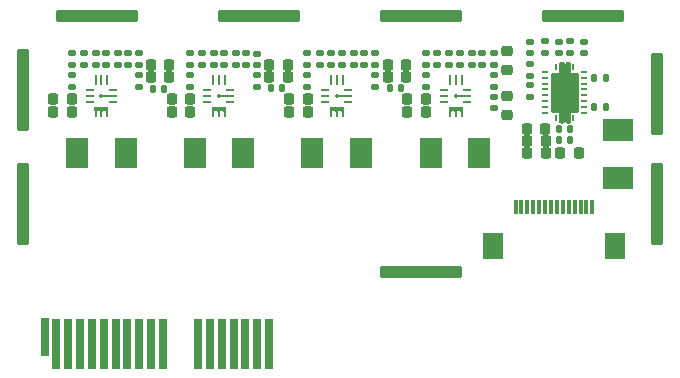
<source format=gbr>
G04 #@! TF.GenerationSoftware,KiCad,Pcbnew,(6.0.0)*
G04 #@! TF.CreationDate,2022-01-13T15:14:10+08:00*
G04 #@! TF.ProjectId,PowerSupply,506f7765-7253-4757-9070-6c792e6b6963,rev?*
G04 #@! TF.SameCoordinates,PX5e56640PY77750e0*
G04 #@! TF.FileFunction,Soldermask,Bot*
G04 #@! TF.FilePolarity,Negative*
%FSLAX46Y46*%
G04 Gerber Fmt 4.6, Leading zero omitted, Abs format (unit mm)*
G04 Created by KiCad (PCBNEW (6.0.0)) date 2022-01-13 15:14:10*
%MOMM*%
%LPD*%
G01*
G04 APERTURE LIST*
G04 Aperture macros list*
%AMRoundRect*
0 Rectangle with rounded corners*
0 $1 Rounding radius*
0 $2 $3 $4 $5 $6 $7 $8 $9 X,Y pos of 4 corners*
0 Add a 4 corners polygon primitive as box body*
4,1,4,$2,$3,$4,$5,$6,$7,$8,$9,$2,$3,0*
0 Add four circle primitives for the rounded corners*
1,1,$1+$1,$2,$3*
1,1,$1+$1,$4,$5*
1,1,$1+$1,$6,$7*
1,1,$1+$1,$8,$9*
0 Add four rect primitives between the rounded corners*
20,1,$1+$1,$2,$3,$4,$5,0*
20,1,$1+$1,$4,$5,$6,$7,0*
20,1,$1+$1,$6,$7,$8,$9,0*
20,1,$1+$1,$8,$9,$2,$3,0*%
%AMOutline4P*
0 Free polygon, 4 corners , with rotation*
0 The origin of the aperture is its center*
0 number of corners: always 4*
0 $1 to $8 corner X, Y*
0 $9 Rotation angle, in degrees counterclockwise*
0 create outline with 4 corners*
4,1,4,$1,$2,$3,$4,$5,$6,$7,$8,$1,$2,$9*%
G04 Aperture macros list end*
%ADD10C,0.010000*%
%ADD11R,0.240000X0.600000*%
%ADD12R,0.600000X0.240000*%
%ADD13R,2.050000X3.050000*%
%ADD14R,0.240000X0.990000*%
%ADD15R,0.517500X0.427500*%
%ADD16R,0.700000X3.200000*%
%ADD17R,0.700000X4.300000*%
%ADD18RoundRect,0.225000X0.225000X0.250000X-0.225000X0.250000X-0.225000X-0.250000X0.225000X-0.250000X0*%
%ADD19RoundRect,0.140000X0.140000X0.170000X-0.140000X0.170000X-0.140000X-0.170000X0.140000X-0.170000X0*%
%ADD20RoundRect,0.140000X-0.170000X0.140000X-0.170000X-0.140000X0.170000X-0.140000X0.170000X0.140000X0*%
%ADD21RoundRect,0.140000X0.170000X-0.140000X0.170000X0.140000X-0.170000X0.140000X-0.170000X-0.140000X0*%
%ADD22RoundRect,0.140000X-0.140000X-0.170000X0.140000X-0.170000X0.140000X0.170000X-0.140000X0.170000X0*%
%ADD23RoundRect,0.225000X-0.225000X-0.250000X0.225000X-0.250000X0.225000X0.250000X-0.225000X0.250000X0*%
%ADD24R,2.500000X1.900000*%
%ADD25RoundRect,0.135000X0.185000X-0.135000X0.185000X0.135000X-0.185000X0.135000X-0.185000X-0.135000X0*%
%ADD26RoundRect,0.135000X-0.135000X-0.185000X0.135000X-0.185000X0.135000X0.185000X-0.135000X0.185000X0*%
%ADD27RoundRect,0.135000X-0.185000X0.135000X-0.185000X-0.135000X0.185000X-0.135000X0.185000X0.135000X0*%
%ADD28R,0.300000X1.300000*%
%ADD29R,1.800000X2.200000*%
%ADD30RoundRect,0.225000X-0.250000X0.225000X-0.250000X-0.225000X0.250000X-0.225000X0.250000X0.225000X0*%
%ADD31RoundRect,0.225000X0.250000X-0.225000X0.250000X0.225000X-0.250000X0.225000X-0.250000X-0.225000X0*%
%ADD32R,1.900000X2.500000*%
%ADD33O,0.750000X0.250000*%
%ADD34O,0.250000X0.900000*%
%ADD35O,0.500000X0.300000*%
%ADD36Outline4P,-0.050000X-0.150000X0.050000X-0.150000X0.050000X0.150000X-0.050000X0.150000X225.000000*%
%ADD37Outline4P,-0.050000X-0.150000X0.050000X-0.150000X0.050000X0.150000X-0.050000X0.150000X135.000000*%
%ADD38Outline4P,-0.050000X-0.150000X0.050000X-0.150000X0.050000X0.150000X-0.050000X0.150000X45.000000*%
%ADD39RoundRect,0.100000X-0.525000X-0.100000X0.525000X-0.100000X0.525000X0.100000X-0.525000X0.100000X0*%
%ADD40RoundRect,0.147500X-0.172500X0.147500X-0.172500X-0.147500X0.172500X-0.147500X0.172500X0.147500X0*%
%ADD41RoundRect,0.275000X3.225000X0.275000X-3.225000X0.275000X-3.225000X-0.275000X3.225000X-0.275000X0*%
%ADD42RoundRect,0.275000X0.275000X-3.225000X0.275000X3.225000X-0.275000X3.225000X-0.275000X-3.225000X0*%
G04 APERTURE END LIST*
D10*
G04 #@! TO.C,U1*
X57547000Y27947000D02*
X57547000Y28720000D01*
X57547000Y28720000D02*
X57546792Y28727955D01*
X57546792Y28727955D02*
X57546167Y28735888D01*
X57546167Y28735888D02*
X57545129Y28743778D01*
X57545129Y28743778D02*
X57543678Y28751603D01*
X57543678Y28751603D02*
X57541821Y28759340D01*
X57541821Y28759340D02*
X57539561Y28766971D01*
X57539561Y28766971D02*
X57536904Y28774472D01*
X57536904Y28774472D02*
X57533859Y28781824D01*
X57533859Y28781824D02*
X57530433Y28789007D01*
X57530433Y28789007D02*
X57526636Y28796000D01*
X57526636Y28796000D02*
X57522478Y28802785D01*
X57522478Y28802785D02*
X57517971Y28809343D01*
X57517971Y28809343D02*
X57513126Y28815657D01*
X57513126Y28815657D02*
X57507958Y28821708D01*
X57507958Y28821708D02*
X57502480Y28827480D01*
X57502480Y28827480D02*
X57496708Y28832958D01*
X57496708Y28832958D02*
X57490657Y28838126D01*
X57490657Y28838126D02*
X57484343Y28842971D01*
X57484343Y28842971D02*
X57477785Y28847478D01*
X57477785Y28847478D02*
X57471000Y28851636D01*
X57471000Y28851636D02*
X57464007Y28855433D01*
X57464007Y28855433D02*
X57456824Y28858859D01*
X57456824Y28858859D02*
X57449472Y28861904D01*
X57449472Y28861904D02*
X57441971Y28864561D01*
X57441971Y28864561D02*
X57434340Y28866821D01*
X57434340Y28866821D02*
X57426603Y28868678D01*
X57426603Y28868678D02*
X57418778Y28870129D01*
X57418778Y28870129D02*
X57410888Y28871167D01*
X57410888Y28871167D02*
X57402955Y28871792D01*
X57402955Y28871792D02*
X57395000Y28872000D01*
X57395000Y28872000D02*
X57295000Y28872000D01*
X57295000Y28872000D02*
X57287045Y28871792D01*
X57287045Y28871792D02*
X57279112Y28871167D01*
X57279112Y28871167D02*
X57271222Y28870129D01*
X57271222Y28870129D02*
X57263397Y28868678D01*
X57263397Y28868678D02*
X57255660Y28866821D01*
X57255660Y28866821D02*
X57248029Y28864561D01*
X57248029Y28864561D02*
X57240528Y28861904D01*
X57240528Y28861904D02*
X57233176Y28858859D01*
X57233176Y28858859D02*
X57225993Y28855433D01*
X57225993Y28855433D02*
X57219000Y28851636D01*
X57219000Y28851636D02*
X57212215Y28847478D01*
X57212215Y28847478D02*
X57205657Y28842971D01*
X57205657Y28842971D02*
X57199343Y28838126D01*
X57199343Y28838126D02*
X57193292Y28832958D01*
X57193292Y28832958D02*
X57187520Y28827480D01*
X57187520Y28827480D02*
X57182042Y28821708D01*
X57182042Y28821708D02*
X57176874Y28815657D01*
X57176874Y28815657D02*
X57172029Y28809343D01*
X57172029Y28809343D02*
X57167522Y28802785D01*
X57167522Y28802785D02*
X57163364Y28796000D01*
X57163364Y28796000D02*
X57159567Y28789007D01*
X57159567Y28789007D02*
X57156141Y28781824D01*
X57156141Y28781824D02*
X57153096Y28774472D01*
X57153096Y28774472D02*
X57150439Y28766971D01*
X57150439Y28766971D02*
X57148179Y28759340D01*
X57148179Y28759340D02*
X57146322Y28751603D01*
X57146322Y28751603D02*
X57144871Y28743778D01*
X57144871Y28743778D02*
X57143833Y28735888D01*
X57143833Y28735888D02*
X57143208Y28727955D01*
X57143208Y28727955D02*
X57143000Y28720000D01*
X57143000Y28720000D02*
X57143000Y28347000D01*
X57143000Y28347000D02*
X56998000Y28347000D01*
X56998000Y28347000D02*
X56997000Y28347000D01*
X56997000Y28347000D02*
X56997000Y28722000D01*
X56997000Y28722000D02*
X56996794Y28729850D01*
X56996794Y28729850D02*
X56996178Y28737679D01*
X56996178Y28737679D02*
X56995153Y28745465D01*
X56995153Y28745465D02*
X56993722Y28753187D01*
X56993722Y28753187D02*
X56991889Y28760823D01*
X56991889Y28760823D02*
X56989658Y28768353D01*
X56989658Y28768353D02*
X56987037Y28775755D01*
X56987037Y28775755D02*
X56984032Y28783010D01*
X56984032Y28783010D02*
X56980651Y28790099D01*
X56980651Y28790099D02*
X56976904Y28797000D01*
X56976904Y28797000D02*
X56972801Y28803696D01*
X56972801Y28803696D02*
X56968353Y28810168D01*
X56968353Y28810168D02*
X56963572Y28816398D01*
X56963572Y28816398D02*
X56958472Y28822370D01*
X56958472Y28822370D02*
X56953066Y28828066D01*
X56953066Y28828066D02*
X56947370Y28833472D01*
X56947370Y28833472D02*
X56941398Y28838572D01*
X56941398Y28838572D02*
X56935168Y28843353D01*
X56935168Y28843353D02*
X56928696Y28847801D01*
X56928696Y28847801D02*
X56922000Y28851904D01*
X56922000Y28851904D02*
X56915099Y28855651D01*
X56915099Y28855651D02*
X56908010Y28859032D01*
X56908010Y28859032D02*
X56900755Y28862037D01*
X56900755Y28862037D02*
X56893353Y28864658D01*
X56893353Y28864658D02*
X56885823Y28866889D01*
X56885823Y28866889D02*
X56878187Y28868722D01*
X56878187Y28868722D02*
X56870465Y28870153D01*
X56870465Y28870153D02*
X56862679Y28871178D01*
X56862679Y28871178D02*
X56854850Y28871794D01*
X56854850Y28871794D02*
X56847000Y28872000D01*
X56847000Y28872000D02*
X56744000Y28872000D01*
X56744000Y28872000D02*
X56736097Y28871793D01*
X56736097Y28871793D02*
X56728216Y28871173D01*
X56728216Y28871173D02*
X56720378Y28870141D01*
X56720378Y28870141D02*
X56712605Y28868700D01*
X56712605Y28868700D02*
X56704918Y28866855D01*
X56704918Y28866855D02*
X56697338Y28864610D01*
X56697338Y28864610D02*
X56689886Y28861971D01*
X56689886Y28861971D02*
X56682583Y28858945D01*
X56682583Y28858945D02*
X56675447Y28855542D01*
X56675447Y28855542D02*
X56668500Y28851770D01*
X56668500Y28851770D02*
X56661760Y28847639D01*
X56661760Y28847639D02*
X56655244Y28843162D01*
X56655244Y28843162D02*
X56648973Y28838349D01*
X56648973Y28838349D02*
X56642961Y28833215D01*
X56642961Y28833215D02*
X56637227Y28827773D01*
X56637227Y28827773D02*
X56631785Y28822039D01*
X56631785Y28822039D02*
X56626651Y28816027D01*
X56626651Y28816027D02*
X56621838Y28809756D01*
X56621838Y28809756D02*
X56617361Y28803240D01*
X56617361Y28803240D02*
X56613230Y28796500D01*
X56613230Y28796500D02*
X56609458Y28789553D01*
X56609458Y28789553D02*
X56606055Y28782417D01*
X56606055Y28782417D02*
X56603029Y28775114D01*
X56603029Y28775114D02*
X56600390Y28767662D01*
X56600390Y28767662D02*
X56598145Y28760082D01*
X56598145Y28760082D02*
X56596300Y28752395D01*
X56596300Y28752395D02*
X56594859Y28744622D01*
X56594859Y28744622D02*
X56593827Y28736784D01*
X56593827Y28736784D02*
X56593207Y28728903D01*
X56593207Y28728903D02*
X56593000Y28721000D01*
X56593000Y28721000D02*
X56593000Y27947000D01*
X56593000Y27947000D02*
X56095000Y27947000D01*
X56095000Y27947000D02*
X56087045Y27946792D01*
X56087045Y27946792D02*
X56079112Y27946167D01*
X56079112Y27946167D02*
X56071222Y27945129D01*
X56071222Y27945129D02*
X56063397Y27943678D01*
X56063397Y27943678D02*
X56055660Y27941821D01*
X56055660Y27941821D02*
X56048029Y27939561D01*
X56048029Y27939561D02*
X56040528Y27936904D01*
X56040528Y27936904D02*
X56033176Y27933859D01*
X56033176Y27933859D02*
X56025993Y27930433D01*
X56025993Y27930433D02*
X56019000Y27926636D01*
X56019000Y27926636D02*
X56012215Y27922478D01*
X56012215Y27922478D02*
X56005657Y27917971D01*
X56005657Y27917971D02*
X55999343Y27913126D01*
X55999343Y27913126D02*
X55993292Y27907958D01*
X55993292Y27907958D02*
X55987520Y27902480D01*
X55987520Y27902480D02*
X55982042Y27896708D01*
X55982042Y27896708D02*
X55976874Y27890657D01*
X55976874Y27890657D02*
X55972029Y27884343D01*
X55972029Y27884343D02*
X55967522Y27877785D01*
X55967522Y27877785D02*
X55963364Y27871000D01*
X55963364Y27871000D02*
X55959567Y27864007D01*
X55959567Y27864007D02*
X55956141Y27856824D01*
X55956141Y27856824D02*
X55953096Y27849472D01*
X55953096Y27849472D02*
X55950439Y27841971D01*
X55950439Y27841971D02*
X55948179Y27834340D01*
X55948179Y27834340D02*
X55946322Y27826603D01*
X55946322Y27826603D02*
X55944871Y27818778D01*
X55944871Y27818778D02*
X55943833Y27810888D01*
X55943833Y27810888D02*
X55943208Y27802955D01*
X55943208Y27802955D02*
X55943000Y27795000D01*
X55943000Y27795000D02*
X55943000Y24844000D01*
X55943000Y24844000D02*
X55943206Y24836150D01*
X55943206Y24836150D02*
X55943822Y24828321D01*
X55943822Y24828321D02*
X55944847Y24820535D01*
X55944847Y24820535D02*
X55946278Y24812813D01*
X55946278Y24812813D02*
X55948111Y24805177D01*
X55948111Y24805177D02*
X55950342Y24797647D01*
X55950342Y24797647D02*
X55952963Y24790245D01*
X55952963Y24790245D02*
X55955968Y24782990D01*
X55955968Y24782990D02*
X55959349Y24775901D01*
X55959349Y24775901D02*
X55963096Y24769000D01*
X55963096Y24769000D02*
X55967199Y24762304D01*
X55967199Y24762304D02*
X55971647Y24755832D01*
X55971647Y24755832D02*
X55976428Y24749602D01*
X55976428Y24749602D02*
X55981528Y24743630D01*
X55981528Y24743630D02*
X55986934Y24737934D01*
X55986934Y24737934D02*
X55992630Y24732528D01*
X55992630Y24732528D02*
X55998602Y24727428D01*
X55998602Y24727428D02*
X56004832Y24722647D01*
X56004832Y24722647D02*
X56011304Y24718199D01*
X56011304Y24718199D02*
X56018000Y24714096D01*
X56018000Y24714096D02*
X56024901Y24710349D01*
X56024901Y24710349D02*
X56031990Y24706968D01*
X56031990Y24706968D02*
X56039245Y24703963D01*
X56039245Y24703963D02*
X56046647Y24701342D01*
X56046647Y24701342D02*
X56054177Y24699111D01*
X56054177Y24699111D02*
X56061813Y24697278D01*
X56061813Y24697278D02*
X56069535Y24695847D01*
X56069535Y24695847D02*
X56077321Y24694822D01*
X56077321Y24694822D02*
X56085150Y24694206D01*
X56085150Y24694206D02*
X56093000Y24694000D01*
X56093000Y24694000D02*
X56592000Y24694000D01*
X56592000Y24694000D02*
X56592052Y24693999D01*
X56592052Y24693999D02*
X56592105Y24693995D01*
X56592105Y24693995D02*
X56592156Y24693988D01*
X56592156Y24693988D02*
X56592208Y24693978D01*
X56592208Y24693978D02*
X56592259Y24693966D01*
X56592259Y24693966D02*
X56592309Y24693951D01*
X56592309Y24693951D02*
X56592358Y24693934D01*
X56592358Y24693934D02*
X56592407Y24693914D01*
X56592407Y24693914D02*
X56592454Y24693891D01*
X56592454Y24693891D02*
X56592500Y24693866D01*
X56592500Y24693866D02*
X56592545Y24693839D01*
X56592545Y24693839D02*
X56592588Y24693809D01*
X56592588Y24693809D02*
X56592629Y24693777D01*
X56592629Y24693777D02*
X56592669Y24693743D01*
X56592669Y24693743D02*
X56592707Y24693707D01*
X56592707Y24693707D02*
X56592743Y24693669D01*
X56592743Y24693669D02*
X56592777Y24693629D01*
X56592777Y24693629D02*
X56592809Y24693588D01*
X56592809Y24693588D02*
X56592839Y24693545D01*
X56592839Y24693545D02*
X56592866Y24693500D01*
X56592866Y24693500D02*
X56592891Y24693454D01*
X56592891Y24693454D02*
X56592914Y24693407D01*
X56592914Y24693407D02*
X56592934Y24693358D01*
X56592934Y24693358D02*
X56592951Y24693309D01*
X56592951Y24693309D02*
X56592966Y24693259D01*
X56592966Y24693259D02*
X56592978Y24693208D01*
X56592978Y24693208D02*
X56592988Y24693156D01*
X56592988Y24693156D02*
X56592995Y24693105D01*
X56592995Y24693105D02*
X56592999Y24693052D01*
X56592999Y24693052D02*
X56593000Y24693000D01*
X56593000Y24693000D02*
X56593000Y23919000D01*
X56593000Y23919000D02*
X56593206Y23911150D01*
X56593206Y23911150D02*
X56593822Y23903321D01*
X56593822Y23903321D02*
X56594847Y23895535D01*
X56594847Y23895535D02*
X56596278Y23887813D01*
X56596278Y23887813D02*
X56598111Y23880177D01*
X56598111Y23880177D02*
X56600342Y23872647D01*
X56600342Y23872647D02*
X56602963Y23865245D01*
X56602963Y23865245D02*
X56605968Y23857990D01*
X56605968Y23857990D02*
X56609349Y23850901D01*
X56609349Y23850901D02*
X56613096Y23844000D01*
X56613096Y23844000D02*
X56617199Y23837304D01*
X56617199Y23837304D02*
X56621647Y23830832D01*
X56621647Y23830832D02*
X56626428Y23824602D01*
X56626428Y23824602D02*
X56631528Y23818630D01*
X56631528Y23818630D02*
X56636934Y23812934D01*
X56636934Y23812934D02*
X56642630Y23807528D01*
X56642630Y23807528D02*
X56648602Y23802428D01*
X56648602Y23802428D02*
X56654832Y23797647D01*
X56654832Y23797647D02*
X56661304Y23793199D01*
X56661304Y23793199D02*
X56668000Y23789096D01*
X56668000Y23789096D02*
X56674901Y23785349D01*
X56674901Y23785349D02*
X56681990Y23781968D01*
X56681990Y23781968D02*
X56689245Y23778963D01*
X56689245Y23778963D02*
X56696647Y23776342D01*
X56696647Y23776342D02*
X56704177Y23774111D01*
X56704177Y23774111D02*
X56711813Y23772278D01*
X56711813Y23772278D02*
X56719535Y23770847D01*
X56719535Y23770847D02*
X56727321Y23769822D01*
X56727321Y23769822D02*
X56735150Y23769206D01*
X56735150Y23769206D02*
X56743000Y23769000D01*
X56743000Y23769000D02*
X56848000Y23769000D01*
X56848000Y23769000D02*
X56855798Y23769204D01*
X56855798Y23769204D02*
X56863575Y23769816D01*
X56863575Y23769816D02*
X56871309Y23770834D01*
X56871309Y23770834D02*
X56878979Y23772256D01*
X56878979Y23772256D02*
X56886564Y23774077D01*
X56886564Y23774077D02*
X56894044Y23776293D01*
X56894044Y23776293D02*
X56901397Y23778897D01*
X56901397Y23778897D02*
X56908604Y23781882D01*
X56908604Y23781882D02*
X56915645Y23785240D01*
X56915645Y23785240D02*
X56922500Y23788962D01*
X56922500Y23788962D02*
X56929151Y23793038D01*
X56929151Y23793038D02*
X56935580Y23797456D01*
X56935580Y23797456D02*
X56941769Y23802205D01*
X56941769Y23802205D02*
X56947700Y23807271D01*
X56947700Y23807271D02*
X56953359Y23812641D01*
X56953359Y23812641D02*
X56958729Y23818300D01*
X56958729Y23818300D02*
X56963795Y23824231D01*
X56963795Y23824231D02*
X56968544Y23830420D01*
X56968544Y23830420D02*
X56972962Y23836849D01*
X56972962Y23836849D02*
X56977038Y23843500D01*
X56977038Y23843500D02*
X56980760Y23850355D01*
X56980760Y23850355D02*
X56984118Y23857396D01*
X56984118Y23857396D02*
X56987103Y23864603D01*
X56987103Y23864603D02*
X56989707Y23871956D01*
X56989707Y23871956D02*
X56991923Y23879436D01*
X56991923Y23879436D02*
X56993744Y23887021D01*
X56993744Y23887021D02*
X56995166Y23894691D01*
X56995166Y23894691D02*
X56996184Y23902425D01*
X56996184Y23902425D02*
X56996796Y23910202D01*
X56996796Y23910202D02*
X56997000Y23918000D01*
X56997000Y23918000D02*
X56997000Y24293000D01*
X56997000Y24293000D02*
X57142000Y24293000D01*
X57142000Y24293000D02*
X57142052Y24292999D01*
X57142052Y24292999D02*
X57142105Y24292995D01*
X57142105Y24292995D02*
X57142156Y24292988D01*
X57142156Y24292988D02*
X57142208Y24292978D01*
X57142208Y24292978D02*
X57142259Y24292966D01*
X57142259Y24292966D02*
X57142309Y24292951D01*
X57142309Y24292951D02*
X57142358Y24292934D01*
X57142358Y24292934D02*
X57142407Y24292914D01*
X57142407Y24292914D02*
X57142454Y24292891D01*
X57142454Y24292891D02*
X57142500Y24292866D01*
X57142500Y24292866D02*
X57142545Y24292839D01*
X57142545Y24292839D02*
X57142588Y24292809D01*
X57142588Y24292809D02*
X57142629Y24292777D01*
X57142629Y24292777D02*
X57142669Y24292743D01*
X57142669Y24292743D02*
X57142707Y24292707D01*
X57142707Y24292707D02*
X57142743Y24292669D01*
X57142743Y24292669D02*
X57142777Y24292629D01*
X57142777Y24292629D02*
X57142809Y24292588D01*
X57142809Y24292588D02*
X57142839Y24292545D01*
X57142839Y24292545D02*
X57142866Y24292500D01*
X57142866Y24292500D02*
X57142891Y24292454D01*
X57142891Y24292454D02*
X57142914Y24292407D01*
X57142914Y24292407D02*
X57142934Y24292358D01*
X57142934Y24292358D02*
X57142951Y24292309D01*
X57142951Y24292309D02*
X57142966Y24292259D01*
X57142966Y24292259D02*
X57142978Y24292208D01*
X57142978Y24292208D02*
X57142988Y24292156D01*
X57142988Y24292156D02*
X57142995Y24292105D01*
X57142995Y24292105D02*
X57142999Y24292052D01*
X57142999Y24292052D02*
X57143000Y24292000D01*
X57143000Y24292000D02*
X57143000Y23919000D01*
X57143000Y23919000D02*
X57143206Y23911150D01*
X57143206Y23911150D02*
X57143822Y23903321D01*
X57143822Y23903321D02*
X57144847Y23895535D01*
X57144847Y23895535D02*
X57146278Y23887813D01*
X57146278Y23887813D02*
X57148111Y23880177D01*
X57148111Y23880177D02*
X57150342Y23872647D01*
X57150342Y23872647D02*
X57152963Y23865245D01*
X57152963Y23865245D02*
X57155968Y23857990D01*
X57155968Y23857990D02*
X57159349Y23850901D01*
X57159349Y23850901D02*
X57163096Y23844000D01*
X57163096Y23844000D02*
X57167199Y23837304D01*
X57167199Y23837304D02*
X57171647Y23830832D01*
X57171647Y23830832D02*
X57176428Y23824602D01*
X57176428Y23824602D02*
X57181528Y23818630D01*
X57181528Y23818630D02*
X57186934Y23812934D01*
X57186934Y23812934D02*
X57192630Y23807528D01*
X57192630Y23807528D02*
X57198602Y23802428D01*
X57198602Y23802428D02*
X57204832Y23797647D01*
X57204832Y23797647D02*
X57211304Y23793199D01*
X57211304Y23793199D02*
X57218000Y23789096D01*
X57218000Y23789096D02*
X57224901Y23785349D01*
X57224901Y23785349D02*
X57231990Y23781968D01*
X57231990Y23781968D02*
X57239245Y23778963D01*
X57239245Y23778963D02*
X57246647Y23776342D01*
X57246647Y23776342D02*
X57254177Y23774111D01*
X57254177Y23774111D02*
X57261813Y23772278D01*
X57261813Y23772278D02*
X57269535Y23770847D01*
X57269535Y23770847D02*
X57277321Y23769822D01*
X57277321Y23769822D02*
X57285150Y23769206D01*
X57285150Y23769206D02*
X57293000Y23769000D01*
X57293000Y23769000D02*
X57399000Y23769000D01*
X57399000Y23769000D02*
X57406746Y23769203D01*
X57406746Y23769203D02*
X57414470Y23769811D01*
X57414470Y23769811D02*
X57422152Y23770822D01*
X57422152Y23770822D02*
X57429771Y23772234D01*
X57429771Y23772234D02*
X57437305Y23774043D01*
X57437305Y23774043D02*
X57444735Y23776244D01*
X57444735Y23776244D02*
X57452038Y23778830D01*
X57452038Y23778830D02*
X57459197Y23781795D01*
X57459197Y23781795D02*
X57466191Y23785131D01*
X57466191Y23785131D02*
X57473000Y23788828D01*
X57473000Y23788828D02*
X57479607Y23792877D01*
X57479607Y23792877D02*
X57485992Y23797265D01*
X57485992Y23797265D02*
X57492139Y23801982D01*
X57492139Y23801982D02*
X57498031Y23807015D01*
X57498031Y23807015D02*
X57503652Y23812348D01*
X57503652Y23812348D02*
X57508985Y23817969D01*
X57508985Y23817969D02*
X57514018Y23823861D01*
X57514018Y23823861D02*
X57518735Y23830008D01*
X57518735Y23830008D02*
X57523123Y23836393D01*
X57523123Y23836393D02*
X57527172Y23843000D01*
X57527172Y23843000D02*
X57530869Y23849809D01*
X57530869Y23849809D02*
X57534205Y23856803D01*
X57534205Y23856803D02*
X57537170Y23863962D01*
X57537170Y23863962D02*
X57539756Y23871265D01*
X57539756Y23871265D02*
X57541957Y23878695D01*
X57541957Y23878695D02*
X57543766Y23886229D01*
X57543766Y23886229D02*
X57545178Y23893848D01*
X57545178Y23893848D02*
X57546189Y23901530D01*
X57546189Y23901530D02*
X57546797Y23909254D01*
X57546797Y23909254D02*
X57547000Y23917000D01*
X57547000Y23917000D02*
X57547000Y24693000D01*
X57547000Y24693000D02*
X58045000Y24693000D01*
X58045000Y24693000D02*
X58052955Y24693208D01*
X58052955Y24693208D02*
X58060888Y24693833D01*
X58060888Y24693833D02*
X58068778Y24694871D01*
X58068778Y24694871D02*
X58076603Y24696322D01*
X58076603Y24696322D02*
X58084340Y24698179D01*
X58084340Y24698179D02*
X58091971Y24700439D01*
X58091971Y24700439D02*
X58099472Y24703096D01*
X58099472Y24703096D02*
X58106824Y24706141D01*
X58106824Y24706141D02*
X58114007Y24709567D01*
X58114007Y24709567D02*
X58121000Y24713364D01*
X58121000Y24713364D02*
X58127785Y24717522D01*
X58127785Y24717522D02*
X58134343Y24722029D01*
X58134343Y24722029D02*
X58140657Y24726874D01*
X58140657Y24726874D02*
X58146708Y24732042D01*
X58146708Y24732042D02*
X58152480Y24737520D01*
X58152480Y24737520D02*
X58157958Y24743292D01*
X58157958Y24743292D02*
X58163126Y24749343D01*
X58163126Y24749343D02*
X58167971Y24755657D01*
X58167971Y24755657D02*
X58172478Y24762215D01*
X58172478Y24762215D02*
X58176636Y24769000D01*
X58176636Y24769000D02*
X58180433Y24775993D01*
X58180433Y24775993D02*
X58183859Y24783176D01*
X58183859Y24783176D02*
X58186904Y24790528D01*
X58186904Y24790528D02*
X58189561Y24798029D01*
X58189561Y24798029D02*
X58191821Y24805660D01*
X58191821Y24805660D02*
X58193678Y24813397D01*
X58193678Y24813397D02*
X58195129Y24821222D01*
X58195129Y24821222D02*
X58196167Y24829112D01*
X58196167Y24829112D02*
X58196792Y24837045D01*
X58196792Y24837045D02*
X58197000Y24845000D01*
X58197000Y24845000D02*
X58197000Y27794000D01*
X58197000Y27794000D02*
X58196792Y27801955D01*
X58196792Y27801955D02*
X58196167Y27809888D01*
X58196167Y27809888D02*
X58195129Y27817778D01*
X58195129Y27817778D02*
X58193678Y27825603D01*
X58193678Y27825603D02*
X58191821Y27833340D01*
X58191821Y27833340D02*
X58189561Y27840971D01*
X58189561Y27840971D02*
X58186904Y27848472D01*
X58186904Y27848472D02*
X58183859Y27855824D01*
X58183859Y27855824D02*
X58180433Y27863007D01*
X58180433Y27863007D02*
X58176636Y27870000D01*
X58176636Y27870000D02*
X58172478Y27876785D01*
X58172478Y27876785D02*
X58167971Y27883343D01*
X58167971Y27883343D02*
X58163126Y27889657D01*
X58163126Y27889657D02*
X58157958Y27895708D01*
X58157958Y27895708D02*
X58152480Y27901480D01*
X58152480Y27901480D02*
X58146708Y27906958D01*
X58146708Y27906958D02*
X58140657Y27912126D01*
X58140657Y27912126D02*
X58134343Y27916971D01*
X58134343Y27916971D02*
X58127785Y27921478D01*
X58127785Y27921478D02*
X58121000Y27925636D01*
X58121000Y27925636D02*
X58114007Y27929433D01*
X58114007Y27929433D02*
X58106824Y27932859D01*
X58106824Y27932859D02*
X58099472Y27935904D01*
X58099472Y27935904D02*
X58091971Y27938561D01*
X58091971Y27938561D02*
X58084340Y27940821D01*
X58084340Y27940821D02*
X58076603Y27942678D01*
X58076603Y27942678D02*
X58068778Y27944129D01*
X58068778Y27944129D02*
X58060888Y27945167D01*
X58060888Y27945167D02*
X58052955Y27945792D01*
X58052955Y27945792D02*
X58045000Y27946000D01*
X58045000Y27946000D02*
X57548000Y27946000D01*
X57548000Y27946000D02*
X57547948Y27946001D01*
X57547948Y27946001D02*
X57547895Y27946005D01*
X57547895Y27946005D02*
X57547844Y27946012D01*
X57547844Y27946012D02*
X57547792Y27946022D01*
X57547792Y27946022D02*
X57547741Y27946034D01*
X57547741Y27946034D02*
X57547691Y27946049D01*
X57547691Y27946049D02*
X57547642Y27946066D01*
X57547642Y27946066D02*
X57547593Y27946086D01*
X57547593Y27946086D02*
X57547546Y27946109D01*
X57547546Y27946109D02*
X57547500Y27946134D01*
X57547500Y27946134D02*
X57547455Y27946161D01*
X57547455Y27946161D02*
X57547412Y27946191D01*
X57547412Y27946191D02*
X57547371Y27946223D01*
X57547371Y27946223D02*
X57547331Y27946257D01*
X57547331Y27946257D02*
X57547293Y27946293D01*
X57547293Y27946293D02*
X57547257Y27946331D01*
X57547257Y27946331D02*
X57547223Y27946371D01*
X57547223Y27946371D02*
X57547191Y27946412D01*
X57547191Y27946412D02*
X57547161Y27946455D01*
X57547161Y27946455D02*
X57547134Y27946500D01*
X57547134Y27946500D02*
X57547109Y27946546D01*
X57547109Y27946546D02*
X57547086Y27946593D01*
X57547086Y27946593D02*
X57547066Y27946642D01*
X57547066Y27946642D02*
X57547049Y27946691D01*
X57547049Y27946691D02*
X57547034Y27946741D01*
X57547034Y27946741D02*
X57547022Y27946792D01*
X57547022Y27946792D02*
X57547012Y27946844D01*
X57547012Y27946844D02*
X57547005Y27946895D01*
X57547005Y27946895D02*
X57547001Y27946948D01*
X57547001Y27946948D02*
X57547000Y27947000D01*
X57547000Y27947000D02*
X57547000Y27947000D01*
G36*
X56854850Y28871794D02*
G01*
X56862679Y28871178D01*
X56870465Y28870153D01*
X56878187Y28868722D01*
X56885823Y28866889D01*
X56893353Y28864658D01*
X56900755Y28862037D01*
X56908010Y28859032D01*
X56915099Y28855651D01*
X56922000Y28851904D01*
X56928696Y28847801D01*
X56935168Y28843353D01*
X56941398Y28838572D01*
X56947370Y28833472D01*
X56953066Y28828066D01*
X56958472Y28822370D01*
X56963572Y28816398D01*
X56968353Y28810168D01*
X56972801Y28803696D01*
X56976904Y28797000D01*
X56980651Y28790099D01*
X56984032Y28783010D01*
X56987037Y28775755D01*
X56989658Y28768353D01*
X56991889Y28760823D01*
X56993722Y28753187D01*
X56995153Y28745465D01*
X56996178Y28737679D01*
X56996794Y28729850D01*
X56997000Y28722000D01*
X56997000Y28347000D01*
X57143000Y28347000D01*
X57143000Y28720000D01*
X57143208Y28727955D01*
X57143833Y28735888D01*
X57144871Y28743778D01*
X57146322Y28751603D01*
X57148179Y28759340D01*
X57150439Y28766971D01*
X57153096Y28774472D01*
X57156141Y28781824D01*
X57159567Y28789007D01*
X57163364Y28796000D01*
X57167522Y28802785D01*
X57172029Y28809343D01*
X57176874Y28815657D01*
X57182042Y28821708D01*
X57187520Y28827480D01*
X57193292Y28832958D01*
X57199343Y28838126D01*
X57205657Y28842971D01*
X57212215Y28847478D01*
X57219000Y28851636D01*
X57225993Y28855433D01*
X57233176Y28858859D01*
X57240528Y28861904D01*
X57248029Y28864561D01*
X57255660Y28866821D01*
X57263397Y28868678D01*
X57271222Y28870129D01*
X57279112Y28871167D01*
X57287045Y28871792D01*
X57295000Y28872000D01*
X57395000Y28872000D01*
X57402955Y28871792D01*
X57410888Y28871167D01*
X57418778Y28870129D01*
X57426603Y28868678D01*
X57434340Y28866821D01*
X57441971Y28864561D01*
X57449472Y28861904D01*
X57456824Y28858859D01*
X57464007Y28855433D01*
X57471000Y28851636D01*
X57477785Y28847478D01*
X57484343Y28842971D01*
X57490657Y28838126D01*
X57496708Y28832958D01*
X57502480Y28827480D01*
X57507958Y28821708D01*
X57513126Y28815657D01*
X57517971Y28809343D01*
X57522478Y28802785D01*
X57526636Y28796000D01*
X57530433Y28789007D01*
X57533859Y28781824D01*
X57536904Y28774472D01*
X57539561Y28766971D01*
X57541821Y28759340D01*
X57543678Y28751603D01*
X57545129Y28743778D01*
X57546167Y28735888D01*
X57546792Y28727955D01*
X57547000Y28720000D01*
X57547000Y27947000D01*
X57547001Y27946948D01*
X57547005Y27946895D01*
X57547012Y27946844D01*
X57547022Y27946792D01*
X57547034Y27946741D01*
X57547049Y27946691D01*
X57547066Y27946642D01*
X57547086Y27946593D01*
X57547109Y27946546D01*
X57547134Y27946500D01*
X57547161Y27946455D01*
X57547191Y27946412D01*
X57547223Y27946371D01*
X57547257Y27946331D01*
X57547293Y27946293D01*
X57547331Y27946257D01*
X57547371Y27946223D01*
X57547412Y27946191D01*
X57547455Y27946161D01*
X57547500Y27946134D01*
X57547546Y27946109D01*
X57547593Y27946086D01*
X57547642Y27946066D01*
X57547691Y27946049D01*
X57547741Y27946034D01*
X57547792Y27946022D01*
X57547844Y27946012D01*
X57547895Y27946005D01*
X57547948Y27946001D01*
X57548000Y27946000D01*
X58045000Y27946000D01*
X58052955Y27945792D01*
X58060888Y27945167D01*
X58068778Y27944129D01*
X58076603Y27942678D01*
X58084340Y27940821D01*
X58091971Y27938561D01*
X58099472Y27935904D01*
X58106824Y27932859D01*
X58114007Y27929433D01*
X58121000Y27925636D01*
X58127785Y27921478D01*
X58134343Y27916971D01*
X58140657Y27912126D01*
X58146708Y27906958D01*
X58152480Y27901480D01*
X58157958Y27895708D01*
X58163126Y27889657D01*
X58167971Y27883343D01*
X58172478Y27876785D01*
X58176636Y27870000D01*
X58180433Y27863007D01*
X58183859Y27855824D01*
X58186904Y27848472D01*
X58189561Y27840971D01*
X58191821Y27833340D01*
X58193678Y27825603D01*
X58195129Y27817778D01*
X58196167Y27809888D01*
X58196792Y27801955D01*
X58197000Y27794000D01*
X58197000Y24845000D01*
X58196792Y24837045D01*
X58196167Y24829112D01*
X58195129Y24821222D01*
X58193678Y24813397D01*
X58191821Y24805660D01*
X58189561Y24798029D01*
X58186904Y24790528D01*
X58183859Y24783176D01*
X58180433Y24775993D01*
X58176636Y24769000D01*
X58172478Y24762215D01*
X58167971Y24755657D01*
X58163126Y24749343D01*
X58157958Y24743292D01*
X58152480Y24737520D01*
X58146708Y24732042D01*
X58140657Y24726874D01*
X58134343Y24722029D01*
X58127785Y24717522D01*
X58121000Y24713364D01*
X58114007Y24709567D01*
X58106824Y24706141D01*
X58099472Y24703096D01*
X58091971Y24700439D01*
X58084340Y24698179D01*
X58076603Y24696322D01*
X58068778Y24694871D01*
X58060888Y24693833D01*
X58052955Y24693208D01*
X58045000Y24693000D01*
X57547000Y24693000D01*
X57547000Y23917000D01*
X57546797Y23909254D01*
X57546189Y23901530D01*
X57545178Y23893848D01*
X57543766Y23886229D01*
X57541957Y23878695D01*
X57539756Y23871265D01*
X57537170Y23863962D01*
X57534205Y23856803D01*
X57530869Y23849809D01*
X57527172Y23843000D01*
X57523123Y23836393D01*
X57518735Y23830008D01*
X57514018Y23823861D01*
X57508985Y23817969D01*
X57503652Y23812348D01*
X57498031Y23807015D01*
X57492139Y23801982D01*
X57485992Y23797265D01*
X57479607Y23792877D01*
X57473000Y23788828D01*
X57466191Y23785131D01*
X57459197Y23781795D01*
X57452038Y23778830D01*
X57444735Y23776244D01*
X57437305Y23774043D01*
X57429771Y23772234D01*
X57422152Y23770822D01*
X57414470Y23769811D01*
X57406746Y23769203D01*
X57399000Y23769000D01*
X57293000Y23769000D01*
X57285150Y23769206D01*
X57277321Y23769822D01*
X57269535Y23770847D01*
X57261813Y23772278D01*
X57254177Y23774111D01*
X57246647Y23776342D01*
X57239245Y23778963D01*
X57231990Y23781968D01*
X57224901Y23785349D01*
X57218000Y23789096D01*
X57211304Y23793199D01*
X57204832Y23797647D01*
X57198602Y23802428D01*
X57192630Y23807528D01*
X57186934Y23812934D01*
X57181528Y23818630D01*
X57176428Y23824602D01*
X57171647Y23830832D01*
X57167199Y23837304D01*
X57163096Y23844000D01*
X57159349Y23850901D01*
X57155968Y23857990D01*
X57152963Y23865245D01*
X57150342Y23872647D01*
X57148111Y23880177D01*
X57146278Y23887813D01*
X57144847Y23895535D01*
X57143822Y23903321D01*
X57143206Y23911150D01*
X57143000Y23919000D01*
X57143000Y24292000D01*
X57142999Y24292052D01*
X57142995Y24292105D01*
X57142988Y24292156D01*
X57142978Y24292208D01*
X57142966Y24292259D01*
X57142951Y24292309D01*
X57142934Y24292358D01*
X57142914Y24292407D01*
X57142891Y24292454D01*
X57142866Y24292500D01*
X57142839Y24292545D01*
X57142809Y24292588D01*
X57142777Y24292629D01*
X57142743Y24292669D01*
X57142707Y24292707D01*
X57142669Y24292743D01*
X57142629Y24292777D01*
X57142588Y24292809D01*
X57142545Y24292839D01*
X57142500Y24292866D01*
X57142454Y24292891D01*
X57142407Y24292914D01*
X57142358Y24292934D01*
X57142309Y24292951D01*
X57142259Y24292966D01*
X57142208Y24292978D01*
X57142156Y24292988D01*
X57142105Y24292995D01*
X57142052Y24292999D01*
X57142000Y24293000D01*
X56997000Y24293000D01*
X56997000Y23918000D01*
X56996796Y23910202D01*
X56996184Y23902425D01*
X56995166Y23894691D01*
X56993744Y23887021D01*
X56991923Y23879436D01*
X56989707Y23871956D01*
X56987103Y23864603D01*
X56984118Y23857396D01*
X56980760Y23850355D01*
X56977038Y23843500D01*
X56972962Y23836849D01*
X56968544Y23830420D01*
X56963795Y23824231D01*
X56958729Y23818300D01*
X56953359Y23812641D01*
X56947700Y23807271D01*
X56941769Y23802205D01*
X56935580Y23797456D01*
X56929151Y23793038D01*
X56922500Y23788962D01*
X56915645Y23785240D01*
X56908604Y23781882D01*
X56901397Y23778897D01*
X56894044Y23776293D01*
X56886564Y23774077D01*
X56878979Y23772256D01*
X56871309Y23770834D01*
X56863575Y23769816D01*
X56855798Y23769204D01*
X56848000Y23769000D01*
X56743000Y23769000D01*
X56735150Y23769206D01*
X56727321Y23769822D01*
X56719535Y23770847D01*
X56711813Y23772278D01*
X56704177Y23774111D01*
X56696647Y23776342D01*
X56689245Y23778963D01*
X56681990Y23781968D01*
X56674901Y23785349D01*
X56668000Y23789096D01*
X56661304Y23793199D01*
X56654832Y23797647D01*
X56648602Y23802428D01*
X56642630Y23807528D01*
X56636934Y23812934D01*
X56631528Y23818630D01*
X56626428Y23824602D01*
X56621647Y23830832D01*
X56617199Y23837304D01*
X56613096Y23844000D01*
X56609349Y23850901D01*
X56605968Y23857990D01*
X56602963Y23865245D01*
X56600342Y23872647D01*
X56598111Y23880177D01*
X56596278Y23887813D01*
X56594847Y23895535D01*
X56593822Y23903321D01*
X56593206Y23911150D01*
X56593000Y23919000D01*
X56593000Y24693000D01*
X56592999Y24693052D01*
X56592995Y24693105D01*
X56592988Y24693156D01*
X56592978Y24693208D01*
X56592966Y24693259D01*
X56592951Y24693309D01*
X56592934Y24693358D01*
X56592914Y24693407D01*
X56592891Y24693454D01*
X56592866Y24693500D01*
X56592839Y24693545D01*
X56592809Y24693588D01*
X56592777Y24693629D01*
X56592743Y24693669D01*
X56592707Y24693707D01*
X56592669Y24693743D01*
X56592629Y24693777D01*
X56592588Y24693809D01*
X56592545Y24693839D01*
X56592500Y24693866D01*
X56592454Y24693891D01*
X56592407Y24693914D01*
X56592358Y24693934D01*
X56592309Y24693951D01*
X56592259Y24693966D01*
X56592208Y24693978D01*
X56592156Y24693988D01*
X56592105Y24693995D01*
X56592052Y24693999D01*
X56592000Y24694000D01*
X56093000Y24694000D01*
X56085150Y24694206D01*
X56077321Y24694822D01*
X56069535Y24695847D01*
X56061813Y24697278D01*
X56054177Y24699111D01*
X56046647Y24701342D01*
X56039245Y24703963D01*
X56031990Y24706968D01*
X56024901Y24710349D01*
X56018000Y24714096D01*
X56011304Y24718199D01*
X56004832Y24722647D01*
X55998602Y24727428D01*
X55992630Y24732528D01*
X55986934Y24737934D01*
X55981528Y24743630D01*
X55976428Y24749602D01*
X55971647Y24755832D01*
X55967199Y24762304D01*
X55963096Y24769000D01*
X55959349Y24775901D01*
X55955968Y24782990D01*
X55952963Y24790245D01*
X55950342Y24797647D01*
X55948111Y24805177D01*
X55946278Y24812813D01*
X55944847Y24820535D01*
X55943822Y24828321D01*
X55943206Y24836150D01*
X55943000Y24844000D01*
X55943000Y27795000D01*
X55943208Y27802955D01*
X55943833Y27810888D01*
X55944871Y27818778D01*
X55946322Y27826603D01*
X55948179Y27834340D01*
X55950439Y27841971D01*
X55953096Y27849472D01*
X55956141Y27856824D01*
X55959567Y27864007D01*
X55963364Y27871000D01*
X55967522Y27877785D01*
X55972029Y27884343D01*
X55976874Y27890657D01*
X55982042Y27896708D01*
X55987520Y27902480D01*
X55993292Y27907958D01*
X55999343Y27913126D01*
X56005657Y27917971D01*
X56012215Y27922478D01*
X56019000Y27926636D01*
X56025993Y27930433D01*
X56033176Y27933859D01*
X56040528Y27936904D01*
X56048029Y27939561D01*
X56055660Y27941821D01*
X56063397Y27943678D01*
X56071222Y27945129D01*
X56079112Y27946167D01*
X56087045Y27946792D01*
X56095000Y27947000D01*
X56593000Y27947000D01*
X56593000Y28721000D01*
X56593207Y28728903D01*
X56593827Y28736784D01*
X56594859Y28744622D01*
X56596300Y28752395D01*
X56598145Y28760082D01*
X56600390Y28767662D01*
X56603029Y28775114D01*
X56606055Y28782417D01*
X56609458Y28789553D01*
X56613230Y28796500D01*
X56617361Y28803240D01*
X56621838Y28809756D01*
X56626651Y28816027D01*
X56631785Y28822039D01*
X56637227Y28827773D01*
X56642961Y28833215D01*
X56648973Y28838349D01*
X56655244Y28843162D01*
X56661760Y28847639D01*
X56668500Y28851770D01*
X56675447Y28855542D01*
X56682583Y28858945D01*
X56689886Y28861971D01*
X56697338Y28864610D01*
X56704918Y28866855D01*
X56712605Y28868700D01*
X56720378Y28870141D01*
X56728216Y28871173D01*
X56736097Y28871793D01*
X56744000Y28872000D01*
X56847000Y28872000D01*
X56854850Y28871794D01*
G37*
X56854850Y28871794D02*
X56862679Y28871178D01*
X56870465Y28870153D01*
X56878187Y28868722D01*
X56885823Y28866889D01*
X56893353Y28864658D01*
X56900755Y28862037D01*
X56908010Y28859032D01*
X56915099Y28855651D01*
X56922000Y28851904D01*
X56928696Y28847801D01*
X56935168Y28843353D01*
X56941398Y28838572D01*
X56947370Y28833472D01*
X56953066Y28828066D01*
X56958472Y28822370D01*
X56963572Y28816398D01*
X56968353Y28810168D01*
X56972801Y28803696D01*
X56976904Y28797000D01*
X56980651Y28790099D01*
X56984032Y28783010D01*
X56987037Y28775755D01*
X56989658Y28768353D01*
X56991889Y28760823D01*
X56993722Y28753187D01*
X56995153Y28745465D01*
X56996178Y28737679D01*
X56996794Y28729850D01*
X56997000Y28722000D01*
X56997000Y28347000D01*
X57143000Y28347000D01*
X57143000Y28720000D01*
X57143208Y28727955D01*
X57143833Y28735888D01*
X57144871Y28743778D01*
X57146322Y28751603D01*
X57148179Y28759340D01*
X57150439Y28766971D01*
X57153096Y28774472D01*
X57156141Y28781824D01*
X57159567Y28789007D01*
X57163364Y28796000D01*
X57167522Y28802785D01*
X57172029Y28809343D01*
X57176874Y28815657D01*
X57182042Y28821708D01*
X57187520Y28827480D01*
X57193292Y28832958D01*
X57199343Y28838126D01*
X57205657Y28842971D01*
X57212215Y28847478D01*
X57219000Y28851636D01*
X57225993Y28855433D01*
X57233176Y28858859D01*
X57240528Y28861904D01*
X57248029Y28864561D01*
X57255660Y28866821D01*
X57263397Y28868678D01*
X57271222Y28870129D01*
X57279112Y28871167D01*
X57287045Y28871792D01*
X57295000Y28872000D01*
X57395000Y28872000D01*
X57402955Y28871792D01*
X57410888Y28871167D01*
X57418778Y28870129D01*
X57426603Y28868678D01*
X57434340Y28866821D01*
X57441971Y28864561D01*
X57449472Y28861904D01*
X57456824Y28858859D01*
X57464007Y28855433D01*
X57471000Y28851636D01*
X57477785Y28847478D01*
X57484343Y28842971D01*
X57490657Y28838126D01*
X57496708Y28832958D01*
X57502480Y28827480D01*
X57507958Y28821708D01*
X57513126Y28815657D01*
X57517971Y28809343D01*
X57522478Y28802785D01*
X57526636Y28796000D01*
X57530433Y28789007D01*
X57533859Y28781824D01*
X57536904Y28774472D01*
X57539561Y28766971D01*
X57541821Y28759340D01*
X57543678Y28751603D01*
X57545129Y28743778D01*
X57546167Y28735888D01*
X57546792Y28727955D01*
X57547000Y28720000D01*
X57547000Y27947000D01*
X57547001Y27946948D01*
X57547005Y27946895D01*
X57547012Y27946844D01*
X57547022Y27946792D01*
X57547034Y27946741D01*
X57547049Y27946691D01*
X57547066Y27946642D01*
X57547086Y27946593D01*
X57547109Y27946546D01*
X57547134Y27946500D01*
X57547161Y27946455D01*
X57547191Y27946412D01*
X57547223Y27946371D01*
X57547257Y27946331D01*
X57547293Y27946293D01*
X57547331Y27946257D01*
X57547371Y27946223D01*
X57547412Y27946191D01*
X57547455Y27946161D01*
X57547500Y27946134D01*
X57547546Y27946109D01*
X57547593Y27946086D01*
X57547642Y27946066D01*
X57547691Y27946049D01*
X57547741Y27946034D01*
X57547792Y27946022D01*
X57547844Y27946012D01*
X57547895Y27946005D01*
X57547948Y27946001D01*
X57548000Y27946000D01*
X58045000Y27946000D01*
X58052955Y27945792D01*
X58060888Y27945167D01*
X58068778Y27944129D01*
X58076603Y27942678D01*
X58084340Y27940821D01*
X58091971Y27938561D01*
X58099472Y27935904D01*
X58106824Y27932859D01*
X58114007Y27929433D01*
X58121000Y27925636D01*
X58127785Y27921478D01*
X58134343Y27916971D01*
X58140657Y27912126D01*
X58146708Y27906958D01*
X58152480Y27901480D01*
X58157958Y27895708D01*
X58163126Y27889657D01*
X58167971Y27883343D01*
X58172478Y27876785D01*
X58176636Y27870000D01*
X58180433Y27863007D01*
X58183859Y27855824D01*
X58186904Y27848472D01*
X58189561Y27840971D01*
X58191821Y27833340D01*
X58193678Y27825603D01*
X58195129Y27817778D01*
X58196167Y27809888D01*
X58196792Y27801955D01*
X58197000Y27794000D01*
X58197000Y24845000D01*
X58196792Y24837045D01*
X58196167Y24829112D01*
X58195129Y24821222D01*
X58193678Y24813397D01*
X58191821Y24805660D01*
X58189561Y24798029D01*
X58186904Y24790528D01*
X58183859Y24783176D01*
X58180433Y24775993D01*
X58176636Y24769000D01*
X58172478Y24762215D01*
X58167971Y24755657D01*
X58163126Y24749343D01*
X58157958Y24743292D01*
X58152480Y24737520D01*
X58146708Y24732042D01*
X58140657Y24726874D01*
X58134343Y24722029D01*
X58127785Y24717522D01*
X58121000Y24713364D01*
X58114007Y24709567D01*
X58106824Y24706141D01*
X58099472Y24703096D01*
X58091971Y24700439D01*
X58084340Y24698179D01*
X58076603Y24696322D01*
X58068778Y24694871D01*
X58060888Y24693833D01*
X58052955Y24693208D01*
X58045000Y24693000D01*
X57547000Y24693000D01*
X57547000Y23917000D01*
X57546797Y23909254D01*
X57546189Y23901530D01*
X57545178Y23893848D01*
X57543766Y23886229D01*
X57541957Y23878695D01*
X57539756Y23871265D01*
X57537170Y23863962D01*
X57534205Y23856803D01*
X57530869Y23849809D01*
X57527172Y23843000D01*
X57523123Y23836393D01*
X57518735Y23830008D01*
X57514018Y23823861D01*
X57508985Y23817969D01*
X57503652Y23812348D01*
X57498031Y23807015D01*
X57492139Y23801982D01*
X57485992Y23797265D01*
X57479607Y23792877D01*
X57473000Y23788828D01*
X57466191Y23785131D01*
X57459197Y23781795D01*
X57452038Y23778830D01*
X57444735Y23776244D01*
X57437305Y23774043D01*
X57429771Y23772234D01*
X57422152Y23770822D01*
X57414470Y23769811D01*
X57406746Y23769203D01*
X57399000Y23769000D01*
X57293000Y23769000D01*
X57285150Y23769206D01*
X57277321Y23769822D01*
X57269535Y23770847D01*
X57261813Y23772278D01*
X57254177Y23774111D01*
X57246647Y23776342D01*
X57239245Y23778963D01*
X57231990Y23781968D01*
X57224901Y23785349D01*
X57218000Y23789096D01*
X57211304Y23793199D01*
X57204832Y23797647D01*
X57198602Y23802428D01*
X57192630Y23807528D01*
X57186934Y23812934D01*
X57181528Y23818630D01*
X57176428Y23824602D01*
X57171647Y23830832D01*
X57167199Y23837304D01*
X57163096Y23844000D01*
X57159349Y23850901D01*
X57155968Y23857990D01*
X57152963Y23865245D01*
X57150342Y23872647D01*
X57148111Y23880177D01*
X57146278Y23887813D01*
X57144847Y23895535D01*
X57143822Y23903321D01*
X57143206Y23911150D01*
X57143000Y23919000D01*
X57143000Y24292000D01*
X57142999Y24292052D01*
X57142995Y24292105D01*
X57142988Y24292156D01*
X57142978Y24292208D01*
X57142966Y24292259D01*
X57142951Y24292309D01*
X57142934Y24292358D01*
X57142914Y24292407D01*
X57142891Y24292454D01*
X57142866Y24292500D01*
X57142839Y24292545D01*
X57142809Y24292588D01*
X57142777Y24292629D01*
X57142743Y24292669D01*
X57142707Y24292707D01*
X57142669Y24292743D01*
X57142629Y24292777D01*
X57142588Y24292809D01*
X57142545Y24292839D01*
X57142500Y24292866D01*
X57142454Y24292891D01*
X57142407Y24292914D01*
X57142358Y24292934D01*
X57142309Y24292951D01*
X57142259Y24292966D01*
X57142208Y24292978D01*
X57142156Y24292988D01*
X57142105Y24292995D01*
X57142052Y24292999D01*
X57142000Y24293000D01*
X56997000Y24293000D01*
X56997000Y23918000D01*
X56996796Y23910202D01*
X56996184Y23902425D01*
X56995166Y23894691D01*
X56993744Y23887021D01*
X56991923Y23879436D01*
X56989707Y23871956D01*
X56987103Y23864603D01*
X56984118Y23857396D01*
X56980760Y23850355D01*
X56977038Y23843500D01*
X56972962Y23836849D01*
X56968544Y23830420D01*
X56963795Y23824231D01*
X56958729Y23818300D01*
X56953359Y23812641D01*
X56947700Y23807271D01*
X56941769Y23802205D01*
X56935580Y23797456D01*
X56929151Y23793038D01*
X56922500Y23788962D01*
X56915645Y23785240D01*
X56908604Y23781882D01*
X56901397Y23778897D01*
X56894044Y23776293D01*
X56886564Y23774077D01*
X56878979Y23772256D01*
X56871309Y23770834D01*
X56863575Y23769816D01*
X56855798Y23769204D01*
X56848000Y23769000D01*
X56743000Y23769000D01*
X56735150Y23769206D01*
X56727321Y23769822D01*
X56719535Y23770847D01*
X56711813Y23772278D01*
X56704177Y23774111D01*
X56696647Y23776342D01*
X56689245Y23778963D01*
X56681990Y23781968D01*
X56674901Y23785349D01*
X56668000Y23789096D01*
X56661304Y23793199D01*
X56654832Y23797647D01*
X56648602Y23802428D01*
X56642630Y23807528D01*
X56636934Y23812934D01*
X56631528Y23818630D01*
X56626428Y23824602D01*
X56621647Y23830832D01*
X56617199Y23837304D01*
X56613096Y23844000D01*
X56609349Y23850901D01*
X56605968Y23857990D01*
X56602963Y23865245D01*
X56600342Y23872647D01*
X56598111Y23880177D01*
X56596278Y23887813D01*
X56594847Y23895535D01*
X56593822Y23903321D01*
X56593206Y23911150D01*
X56593000Y23919000D01*
X56593000Y24693000D01*
X56592999Y24693052D01*
X56592995Y24693105D01*
X56592988Y24693156D01*
X56592978Y24693208D01*
X56592966Y24693259D01*
X56592951Y24693309D01*
X56592934Y24693358D01*
X56592914Y24693407D01*
X56592891Y24693454D01*
X56592866Y24693500D01*
X56592839Y24693545D01*
X56592809Y24693588D01*
X56592777Y24693629D01*
X56592743Y24693669D01*
X56592707Y24693707D01*
X56592669Y24693743D01*
X56592629Y24693777D01*
X56592588Y24693809D01*
X56592545Y24693839D01*
X56592500Y24693866D01*
X56592454Y24693891D01*
X56592407Y24693914D01*
X56592358Y24693934D01*
X56592309Y24693951D01*
X56592259Y24693966D01*
X56592208Y24693978D01*
X56592156Y24693988D01*
X56592105Y24693995D01*
X56592052Y24693999D01*
X56592000Y24694000D01*
X56093000Y24694000D01*
X56085150Y24694206D01*
X56077321Y24694822D01*
X56069535Y24695847D01*
X56061813Y24697278D01*
X56054177Y24699111D01*
X56046647Y24701342D01*
X56039245Y24703963D01*
X56031990Y24706968D01*
X56024901Y24710349D01*
X56018000Y24714096D01*
X56011304Y24718199D01*
X56004832Y24722647D01*
X55998602Y24727428D01*
X55992630Y24732528D01*
X55986934Y24737934D01*
X55981528Y24743630D01*
X55976428Y24749602D01*
X55971647Y24755832D01*
X55967199Y24762304D01*
X55963096Y24769000D01*
X55959349Y24775901D01*
X55955968Y24782990D01*
X55952963Y24790245D01*
X55950342Y24797647D01*
X55948111Y24805177D01*
X55946278Y24812813D01*
X55944847Y24820535D01*
X55943822Y24828321D01*
X55943206Y24836150D01*
X55943000Y24844000D01*
X55943000Y27795000D01*
X55943208Y27802955D01*
X55943833Y27810888D01*
X55944871Y27818778D01*
X55946322Y27826603D01*
X55948179Y27834340D01*
X55950439Y27841971D01*
X55953096Y27849472D01*
X55956141Y27856824D01*
X55959567Y27864007D01*
X55963364Y27871000D01*
X55967522Y27877785D01*
X55972029Y27884343D01*
X55976874Y27890657D01*
X55982042Y27896708D01*
X55987520Y27902480D01*
X55993292Y27907958D01*
X55999343Y27913126D01*
X56005657Y27917971D01*
X56012215Y27922478D01*
X56019000Y27926636D01*
X56025993Y27930433D01*
X56033176Y27933859D01*
X56040528Y27936904D01*
X56048029Y27939561D01*
X56055660Y27941821D01*
X56063397Y27943678D01*
X56071222Y27945129D01*
X56079112Y27946167D01*
X56087045Y27946792D01*
X56095000Y27947000D01*
X56593000Y27947000D01*
X56593000Y28721000D01*
X56593207Y28728903D01*
X56593827Y28736784D01*
X56594859Y28744622D01*
X56596300Y28752395D01*
X56598145Y28760082D01*
X56600390Y28767662D01*
X56603029Y28775114D01*
X56606055Y28782417D01*
X56609458Y28789553D01*
X56613230Y28796500D01*
X56617361Y28803240D01*
X56621838Y28809756D01*
X56626651Y28816027D01*
X56631785Y28822039D01*
X56637227Y28827773D01*
X56642961Y28833215D01*
X56648973Y28838349D01*
X56655244Y28843162D01*
X56661760Y28847639D01*
X56668500Y28851770D01*
X56675447Y28855542D01*
X56682583Y28858945D01*
X56689886Y28861971D01*
X56697338Y28864610D01*
X56704918Y28866855D01*
X56712605Y28868700D01*
X56720378Y28870141D01*
X56728216Y28871173D01*
X56736097Y28871793D01*
X56744000Y28872000D01*
X56847000Y28872000D01*
X56854850Y28871794D01*
G04 #@! TD*
D11*
G04 #@! TO.C,U1*
X57820000Y28470000D03*
D12*
X58720000Y28070000D03*
X58720000Y27570000D03*
X58720000Y27070000D03*
X58720000Y26570000D03*
X58720000Y26070000D03*
X58720000Y25570000D03*
X58720000Y25070000D03*
X58720000Y24570000D03*
D11*
X57820000Y24170000D03*
X56320000Y24170000D03*
D12*
X55420000Y24570000D03*
X55420000Y25070000D03*
X55420000Y25570000D03*
X55420000Y26070000D03*
X55420000Y26570000D03*
X55420000Y27070000D03*
X55420000Y27570000D03*
X55420000Y28070000D03*
D11*
X56320000Y28470000D03*
D13*
X57070000Y26320000D03*
D14*
X57340000Y24360000D03*
D15*
X57070000Y24580000D03*
D14*
X56790000Y28275000D03*
D15*
X57070000Y28040000D03*
D14*
X57340000Y28275000D03*
X56790000Y24360000D03*
G04 #@! TD*
D16*
G04 #@! TO.C,PCI1*
X13050000Y5600000D03*
D17*
X14050000Y5050000D03*
X15050000Y5050000D03*
X16050000Y5050000D03*
X17050000Y5050000D03*
X18050000Y5050000D03*
X19050000Y5050000D03*
X20050000Y5050000D03*
X21050000Y5050000D03*
X22050000Y5050000D03*
X23050000Y5050000D03*
X26050000Y5050000D03*
X27050000Y5050000D03*
X28050000Y5050000D03*
X29050000Y5050000D03*
X30050000Y5050000D03*
X31050000Y5050000D03*
X32050000Y5050000D03*
G04 #@! TD*
D18*
G04 #@! TO.C,C1*
X58255000Y21210000D03*
X56705000Y21210000D03*
G04 #@! TD*
D19*
G04 #@! TO.C,C2*
X57520000Y22320000D03*
X56560000Y22320000D03*
G04 #@! TD*
D20*
G04 #@! TO.C,C3*
X56600000Y30610000D03*
X56600000Y29650000D03*
G04 #@! TD*
D21*
G04 #@! TO.C,C4*
X58680000Y29650000D03*
X58680000Y30610000D03*
G04 #@! TD*
G04 #@! TO.C,C5*
X54140000Y29650000D03*
X54140000Y30610000D03*
G04 #@! TD*
D19*
G04 #@! TO.C,C6*
X57520000Y23240000D03*
X56560000Y23240000D03*
G04 #@! TD*
D22*
G04 #@! TO.C,C39*
X59580000Y25060000D03*
X60540000Y25060000D03*
G04 #@! TD*
D23*
G04 #@! TO.C,C40*
X53895000Y23250000D03*
X55445000Y23250000D03*
G04 #@! TD*
G04 #@! TO.C,C41*
X53905000Y22230000D03*
X55455000Y22230000D03*
G04 #@! TD*
D24*
G04 #@! TO.C,L1*
X61620000Y19070000D03*
X61620000Y23170000D03*
G04 #@! TD*
D25*
G04 #@! TO.C,R1*
X54140000Y27710000D03*
X54140000Y28730000D03*
G04 #@! TD*
G04 #@! TO.C,R2*
X55420000Y29620000D03*
X55420000Y30640000D03*
G04 #@! TD*
D26*
G04 #@! TO.C,R7*
X59550000Y27570000D03*
X60570000Y27570000D03*
G04 #@! TD*
D27*
G04 #@! TO.C,R8*
X54140000Y26940000D03*
X54140000Y25920000D03*
G04 #@! TD*
D25*
G04 #@! TO.C,R34*
X57560000Y29620000D03*
X57560000Y30640000D03*
G04 #@! TD*
D28*
G04 #@! TO.C,J1*
X59420000Y16605000D03*
X58920000Y16605000D03*
X58420000Y16605000D03*
X57920000Y16605000D03*
X57420000Y16605000D03*
X56920000Y16605000D03*
X56420000Y16605000D03*
X55920000Y16605000D03*
X55420000Y16605000D03*
X54920000Y16605000D03*
X54420000Y16605000D03*
X53920000Y16605000D03*
X53420000Y16605000D03*
X52920000Y16605000D03*
D29*
X51020000Y13355000D03*
X61320000Y13355000D03*
G04 #@! TD*
D23*
G04 #@! TO.C,C42*
X53905000Y21210000D03*
X55455000Y21210000D03*
G04 #@! TD*
G04 #@! TO.C,C7*
X42095000Y28630000D03*
X43645000Y28630000D03*
G04 #@! TD*
G04 #@! TO.C,C8*
X32085000Y27620000D03*
X33635000Y27620000D03*
G04 #@! TD*
D20*
G04 #@! TO.C,C9*
X51070000Y25960000D03*
X51070000Y25000000D03*
G04 #@! TD*
D21*
G04 #@! TO.C,C10*
X20090000Y28660000D03*
X20090000Y29620000D03*
G04 #@! TD*
D20*
G04 #@! TO.C,C11*
X16340000Y29620000D03*
X16340000Y28660000D03*
G04 #@! TD*
D18*
G04 #@! TO.C,C12*
X15345000Y25720001D03*
X13795000Y25720001D03*
G04 #@! TD*
G04 #@! TO.C,C13*
X15330000Y24690000D03*
X13780000Y24690000D03*
G04 #@! TD*
D23*
G04 #@! TO.C,C14*
X22065000Y28640000D03*
X23615000Y28640000D03*
G04 #@! TD*
G04 #@! TO.C,C15*
X32084999Y28639999D03*
X33634999Y28639999D03*
G04 #@! TD*
D30*
G04 #@! TO.C,C16*
X52230000Y25985000D03*
X52230000Y24435000D03*
G04 #@! TD*
D23*
G04 #@! TO.C,C17*
X42095000Y27610000D03*
X43645000Y27610000D03*
G04 #@! TD*
D22*
G04 #@! TO.C,C18*
X22230000Y26630000D03*
X23190000Y26630000D03*
G04 #@! TD*
G04 #@! TO.C,C19*
X32210000Y26650000D03*
X33170000Y26650000D03*
G04 #@! TD*
D21*
G04 #@! TO.C,C20*
X30119999Y28660000D03*
X30119999Y29620000D03*
G04 #@! TD*
G04 #@! TO.C,C21*
X40100000Y28660000D03*
X40100000Y29620000D03*
G04 #@! TD*
D20*
G04 #@! TO.C,C22*
X26350000Y29620000D03*
X26350000Y28660000D03*
G04 #@! TD*
G04 #@! TO.C,C23*
X36320000Y29620000D03*
X36320000Y28660000D03*
G04 #@! TD*
D18*
G04 #@! TO.C,C24*
X25355000Y24700000D03*
X23805000Y24700000D03*
G04 #@! TD*
G04 #@! TO.C,C25*
X35315000Y25720001D03*
X33765000Y25720001D03*
G04 #@! TD*
G04 #@! TO.C,C26*
X25355000Y25720001D03*
X23805000Y25720001D03*
G04 #@! TD*
G04 #@! TO.C,C27*
X35315000Y24700000D03*
X33765000Y24700000D03*
G04 #@! TD*
D31*
G04 #@! TO.C,C28*
X52230000Y28245000D03*
X52230000Y29795000D03*
G04 #@! TD*
D23*
G04 #@! TO.C,C29*
X22065000Y27620000D03*
X23615000Y27620000D03*
G04 #@! TD*
D22*
G04 #@! TO.C,C30*
X42260000Y26650000D03*
X43220000Y26650000D03*
G04 #@! TD*
D21*
G04 #@! TO.C,C31*
X50100000Y28670000D03*
X50100000Y29630000D03*
G04 #@! TD*
D20*
G04 #@! TO.C,C32*
X46280000Y29620000D03*
X46280000Y28660000D03*
G04 #@! TD*
D18*
G04 #@! TO.C,C33*
X45315000Y24700000D03*
X43765000Y24700000D03*
G04 #@! TD*
G04 #@! TO.C,C34*
X45315000Y25720001D03*
X43765000Y25720001D03*
G04 #@! TD*
D32*
G04 #@! TO.C,L2*
X19920000Y21200000D03*
X15820000Y21200000D03*
G04 #@! TD*
G04 #@! TO.C,L3*
X29860000Y21200000D03*
X25760000Y21200000D03*
G04 #@! TD*
G04 #@! TO.C,L4*
X39820000Y21200000D03*
X35720000Y21200000D03*
G04 #@! TD*
G04 #@! TO.C,L5*
X49830000Y21200000D03*
X45730000Y21200000D03*
G04 #@! TD*
D27*
G04 #@! TO.C,R3*
X18280000Y29650000D03*
X18280000Y28630000D03*
G04 #@! TD*
D25*
G04 #@! TO.C,R4*
X19220000Y28630000D03*
X19220000Y29650000D03*
G04 #@! TD*
G04 #@! TO.C,R5*
X21020000Y26800000D03*
X21020000Y27820000D03*
G04 #@! TD*
D27*
G04 #@! TO.C,R6*
X17360000Y29650000D03*
X17360000Y28630000D03*
G04 #@! TD*
D25*
G04 #@! TO.C,R9*
X15330000Y26770000D03*
X15330000Y27790000D03*
G04 #@! TD*
G04 #@! TO.C,R10*
X15330000Y28630000D03*
X15330000Y29650000D03*
G04 #@! TD*
D27*
G04 #@! TO.C,R11*
X28250000Y29650000D03*
X28250000Y28630000D03*
G04 #@! TD*
D25*
G04 #@! TO.C,R12*
X29239999Y28630000D03*
X29239999Y29650000D03*
G04 #@! TD*
D27*
G04 #@! TO.C,R13*
X38240000Y29650000D03*
X38240000Y28630000D03*
G04 #@! TD*
D25*
G04 #@! TO.C,R14*
X39230000Y28630000D03*
X39230000Y29650000D03*
G04 #@! TD*
G04 #@! TO.C,R15*
X31010000Y26800000D03*
X31010000Y27820000D03*
G04 #@! TD*
G04 #@! TO.C,R16*
X41060000Y26800000D03*
X41060000Y27820000D03*
G04 #@! TD*
D27*
G04 #@! TO.C,R17*
X27350001Y29650000D03*
X27350001Y28630000D03*
G04 #@! TD*
G04 #@! TO.C,R18*
X37320000Y29650000D03*
X37320000Y28630000D03*
G04 #@! TD*
D25*
G04 #@! TO.C,R19*
X25349999Y26770000D03*
X25349999Y27790000D03*
G04 #@! TD*
G04 #@! TO.C,R20*
X25350000Y28630000D03*
X25350000Y29650000D03*
G04 #@! TD*
G04 #@! TO.C,R21*
X35280000Y26770000D03*
X35280000Y27790000D03*
G04 #@! TD*
G04 #@! TO.C,R22*
X35280000Y28630000D03*
X35280000Y29650000D03*
G04 #@! TD*
D27*
G04 #@! TO.C,R23*
X48250000Y29650000D03*
X48250000Y28630000D03*
G04 #@! TD*
D25*
G04 #@! TO.C,R24*
X49220000Y28640000D03*
X49220000Y29660000D03*
G04 #@! TD*
G04 #@! TO.C,R25*
X51080000Y26800000D03*
X51080000Y27820000D03*
G04 #@! TD*
D27*
G04 #@! TO.C,R26*
X47310000Y29650000D03*
X47310000Y28630000D03*
G04 #@! TD*
D25*
G04 #@! TO.C,R27*
X45300000Y26770000D03*
X45300000Y27790000D03*
G04 #@! TD*
G04 #@! TO.C,R28*
X45300000Y28630000D03*
X45300000Y29650000D03*
G04 #@! TD*
D33*
G04 #@! TO.C,U2*
X16885000Y25540000D03*
X16885000Y26040000D03*
X16885000Y26540000D03*
D34*
X17360000Y27390000D03*
X17860000Y27390000D03*
X18360000Y27390000D03*
D33*
X18835000Y26540000D03*
X18190000Y26040000D03*
X18430000Y26040000D03*
X18835000Y26040000D03*
D35*
X17860000Y26040000D03*
D33*
X18835000Y25540000D03*
D34*
X18360000Y24690000D03*
D36*
X18240000Y24720000D03*
D37*
X17990000Y24730000D03*
D38*
X17730000Y24730000D03*
D37*
X17490000Y24730000D03*
D39*
X17860000Y24940000D03*
D34*
X17860000Y24690000D03*
X17360000Y24690000D03*
G04 #@! TD*
D33*
G04 #@! TO.C,U3*
X26805000Y25529999D03*
X26805000Y26029999D03*
X26805000Y26529999D03*
D34*
X27280000Y27379999D03*
X27780000Y27379999D03*
X28280000Y27379999D03*
D33*
X28755000Y26529999D03*
X28350000Y26029999D03*
D35*
X27780000Y26029999D03*
D33*
X28110000Y26029999D03*
X28755000Y26029999D03*
X28755000Y25529999D03*
D37*
X27910000Y24719999D03*
X27410000Y24719999D03*
D38*
X27650000Y24719999D03*
D34*
X28280000Y24679999D03*
D36*
X28160000Y24709999D03*
D39*
X27780000Y24929999D03*
D34*
X27780000Y24679999D03*
X27280000Y24679999D03*
G04 #@! TD*
D33*
G04 #@! TO.C,U4*
X36795000Y25529999D03*
X36795000Y26029999D03*
X36795000Y26529999D03*
D34*
X37270000Y27379999D03*
X37770000Y27379999D03*
X38270000Y27379999D03*
D33*
X38745000Y26529999D03*
X38340000Y26029999D03*
X38100000Y26029999D03*
D35*
X37770000Y26029999D03*
D33*
X38745000Y26029999D03*
X38745000Y25529999D03*
D37*
X37400000Y24719999D03*
D39*
X37770000Y24929999D03*
D37*
X37900000Y24719999D03*
D34*
X38270000Y24679999D03*
D38*
X37640000Y24719999D03*
D36*
X38150000Y24709999D03*
D34*
X37770000Y24679999D03*
X37270000Y24679999D03*
G04 #@! TD*
D33*
G04 #@! TO.C,U5*
X46895000Y25529999D03*
X46895000Y26029999D03*
X46895000Y26529999D03*
D34*
X47370000Y27379999D03*
X47870000Y27379999D03*
X48370000Y27379999D03*
D33*
X48845000Y26529999D03*
X48200000Y26029999D03*
D35*
X47870000Y26029999D03*
D33*
X48845000Y26029999D03*
X48440000Y26029999D03*
X48845000Y25529999D03*
D39*
X47870000Y24929999D03*
D34*
X48370000Y24679999D03*
D37*
X47500000Y24719999D03*
D36*
X48250000Y24709999D03*
D37*
X48000000Y24719999D03*
D38*
X47740000Y24719999D03*
D34*
X47870000Y24679999D03*
X47370000Y24679999D03*
G04 #@! TD*
D40*
G04 #@! TO.C,D1*
X21020000Y29625000D03*
X21020000Y28655000D03*
G04 #@! TD*
G04 #@! TO.C,D2*
X31010000Y29605000D03*
X31010000Y28635000D03*
G04 #@! TD*
G04 #@! TO.C,D3*
X41060000Y29625000D03*
X41060000Y28655000D03*
G04 #@! TD*
G04 #@! TO.C,D4*
X51080000Y29635000D03*
X51080000Y28665000D03*
G04 #@! TD*
D41*
G04 #@! TO.C,J2*
X58640000Y32810000D03*
G04 #@! TD*
D42*
G04 #@! TO.C,J3*
X64920000Y16860000D03*
G04 #@! TD*
D41*
G04 #@! TO.C,J4*
X44933334Y32810000D03*
G04 #@! TD*
D42*
G04 #@! TO.C,J6*
X64920000Y26220000D03*
G04 #@! TD*
G04 #@! TO.C,J7*
X11190000Y16860000D03*
G04 #@! TD*
D41*
G04 #@! TO.C,J8*
X31226668Y32810000D03*
G04 #@! TD*
G04 #@! TO.C,J9*
X44933334Y11090000D03*
G04 #@! TD*
D42*
G04 #@! TO.C,J10*
X11190000Y26530000D03*
G04 #@! TD*
D41*
G04 #@! TO.C,J11*
X17520000Y32810000D03*
G04 #@! TD*
M02*

</source>
